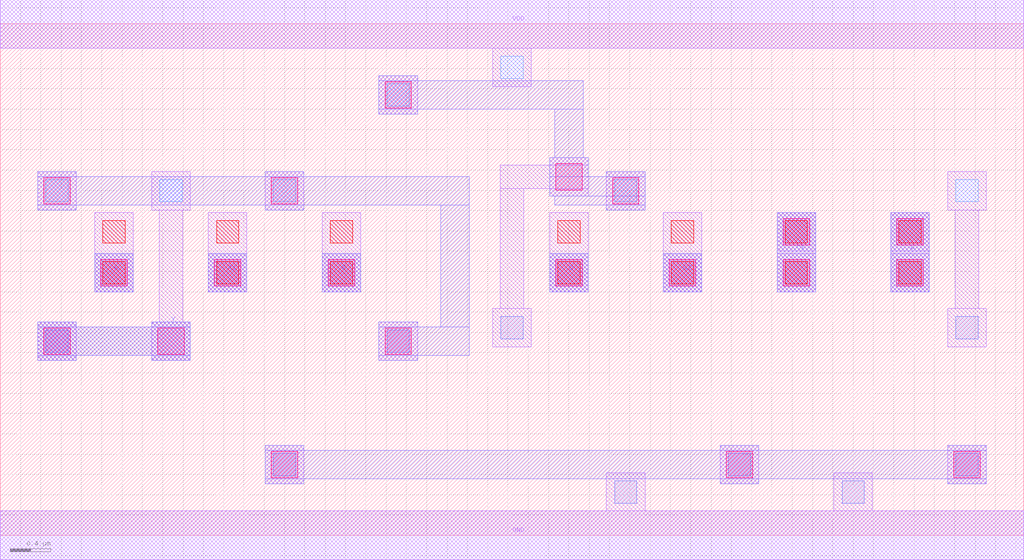
<source format=lef>
MACRO AOOAOI2131
 CLASS CORE ;
 FOREIGN AOOAOI2131 0 0 ;
 SIZE 10.08 BY 5.04 ;
 ORIGIN 0 0 ;
 SYMMETRY X Y R90 ;
 SITE unit ;
  PIN VDD
   DIRECTION INOUT ;
   USE POWER ;
   SHAPE ABUTMENT ;
    PORT
     CLASS CORE ;
       LAYER met1 ;
        RECT 0.00000000 4.80000000 10.08000000 5.28000000 ;
    END
  END VDD

  PIN GND
   DIRECTION INOUT ;
   USE POWER ;
   SHAPE ABUTMENT ;
    PORT
     CLASS CORE ;
       LAYER met1 ;
        RECT 0.00000000 -0.24000000 10.08000000 0.24000000 ;
    END
  END GND

  PIN Y
   DIRECTION INOUT ;
   USE SIGNAL ;
   SHAPE ABUTMENT ;
    PORT
     CLASS CORE ;
       LAYER met2 ;
        RECT 0.37000000 1.72200000 0.75000000 1.77200000 ;
        RECT 1.49000000 1.72200000 1.87000000 1.77200000 ;
        RECT 0.37000000 1.77200000 1.87000000 2.05200000 ;
        RECT 0.37000000 2.05200000 0.75000000 2.10200000 ;
        RECT 1.49000000 2.05200000 1.87000000 2.10200000 ;
    END
  END Y

  PIN A
   DIRECTION INOUT ;
   USE SIGNAL ;
   SHAPE ABUTMENT ;
    PORT
     CLASS CORE ;
       LAYER met2 ;
        RECT 0.93000000 2.39700000 1.31000000 2.77700000 ;
    END
  END A

  PIN A1
   DIRECTION INOUT ;
   USE SIGNAL ;
   SHAPE ABUTMENT ;
    PORT
     CLASS CORE ;
       LAYER met2 ;
        RECT 2.05000000 2.39700000 2.43000000 2.77700000 ;
    END
  END A1

  PIN D
   DIRECTION INOUT ;
   USE SIGNAL ;
   SHAPE ABUTMENT ;
    PORT
     CLASS CORE ;
       LAYER met2 ;
        RECT 5.41000000 2.39700000 5.79000000 2.77700000 ;
    END
  END D

  PIN C1
   DIRECTION INOUT ;
   USE SIGNAL ;
   SHAPE ABUTMENT ;
    PORT
     CLASS CORE ;
       LAYER met2 ;
        RECT 7.65000000 2.39700000 8.03000000 3.18200000 ;
    END
  END C1

  PIN C
   DIRECTION INOUT ;
   USE SIGNAL ;
   SHAPE ABUTMENT ;
    PORT
     CLASS CORE ;
       LAYER met2 ;
        RECT 8.77000000 2.39700000 9.15000000 3.18200000 ;
    END
  END C

  PIN C2
   DIRECTION INOUT ;
   USE SIGNAL ;
   SHAPE ABUTMENT ;
    PORT
     CLASS CORE ;
       LAYER met2 ;
        RECT 6.53000000 2.39700000 6.91000000 2.77700000 ;
    END
  END C2

  PIN B
   DIRECTION INOUT ;
   USE SIGNAL ;
   SHAPE ABUTMENT ;
    PORT
     CLASS CORE ;
       LAYER met2 ;
        RECT 3.17000000 2.39700000 3.55000000 2.77700000 ;
    END
  END B

 OBS
    LAYER polycont ;
     RECT 1.01000000 2.47700000 1.23000000 2.69700000 ;
     RECT 2.13000000 2.47700000 2.35000000 2.69700000 ;
     RECT 3.25000000 2.47700000 3.47000000 2.69700000 ;
     RECT 5.49000000 2.47700000 5.71000000 2.69700000 ;
     RECT 6.61000000 2.47700000 6.83000000 2.69700000 ;
     RECT 7.73000000 2.47700000 7.95000000 2.69700000 ;
     RECT 8.85000000 2.47700000 9.07000000 2.69700000 ;
     RECT 1.01000000 2.88200000 1.23000000 3.10200000 ;
     RECT 2.13000000 2.88200000 2.35000000 3.10200000 ;
     RECT 3.25000000 2.88200000 3.47000000 3.10200000 ;
     RECT 5.49000000 2.88200000 5.71000000 3.10200000 ;
     RECT 6.61000000 2.88200000 6.83000000 3.10200000 ;
     RECT 7.73000000 2.88200000 7.95000000 3.10200000 ;
     RECT 8.85000000 2.88200000 9.07000000 3.10200000 ;

    LAYER pdiffc ;
     RECT 0.45000000 3.28700000 0.67000000 3.50700000 ;
     RECT 1.57000000 3.28700000 1.79000000 3.50700000 ;
     RECT 2.69000000 3.28700000 2.91000000 3.50700000 ;
     RECT 6.05000000 3.28700000 6.27000000 3.50700000 ;
     RECT 9.41000000 3.28700000 9.63000000 3.50700000 ;
     RECT 3.81000000 4.23200000 4.03000000 4.45200000 ;
     RECT 4.93000000 4.50200000 5.15000000 4.72200000 ;

    LAYER ndiffc ;
     RECT 6.05000000 0.31700000 6.27000000 0.53700000 ;
     RECT 8.29000000 0.31700000 8.51000000 0.53700000 ;
     RECT 2.69000000 0.58700000 2.91000000 0.80700000 ;
     RECT 7.17000000 0.58700000 7.39000000 0.80700000 ;
     RECT 9.41000000 0.58700000 9.63000000 0.80700000 ;
     RECT 0.45000000 1.80200000 0.67000000 2.02200000 ;
     RECT 3.81000000 1.80200000 4.03000000 2.02200000 ;
     RECT 4.93000000 1.93700000 5.15000000 2.15700000 ;
     RECT 9.41000000 1.93700000 9.63000000 2.15700000 ;

    LAYER met1 ;
     RECT 0.00000000 -0.24000000 10.08000000 0.24000000 ;
     RECT 5.97000000 0.24000000 6.35000000 0.61700000 ;
     RECT 8.21000000 0.24000000 8.59000000 0.61700000 ;
     RECT 2.61000000 0.50700000 2.99000000 0.88700000 ;
     RECT 7.09000000 0.50700000 7.47000000 0.88700000 ;
     RECT 9.33000000 0.50700000 9.71000000 0.88700000 ;
     RECT 0.37000000 1.72200000 0.75000000 2.10200000 ;
     RECT 3.73000000 1.72200000 4.11000000 2.10200000 ;
     RECT 7.65000000 2.39700000 8.03000000 2.77700000 ;
     RECT 8.77000000 2.39700000 9.15000000 2.77700000 ;
     RECT 0.93000000 2.39700000 1.31000000 3.18200000 ;
     RECT 2.05000000 2.39700000 2.43000000 3.18200000 ;
     RECT 3.17000000 2.39700000 3.55000000 3.18200000 ;
     RECT 5.41000000 2.39700000 5.79000000 3.18200000 ;
     RECT 6.53000000 2.39700000 6.91000000 3.18200000 ;
     RECT 7.65000000 2.80200000 8.03000000 3.18200000 ;
     RECT 8.77000000 2.80200000 9.15000000 3.18200000 ;
     RECT 0.37000000 3.20700000 0.75000000 3.58700000 ;
     RECT 1.49000000 1.72200000 1.87000000 2.10200000 ;
     RECT 1.56500000 2.10200000 1.79500000 3.20700000 ;
     RECT 1.49000000 3.20700000 1.87000000 3.58700000 ;
     RECT 2.61000000 3.20700000 2.99000000 3.58700000 ;
     RECT 5.97000000 3.20700000 6.35000000 3.58700000 ;
     RECT 9.33000000 1.85700000 9.71000000 2.23700000 ;
     RECT 9.40500000 2.23700000 9.63500000 3.20700000 ;
     RECT 9.33000000 3.20700000 9.71000000 3.58700000 ;
     RECT 4.85000000 1.85700000 5.23000000 2.23700000 ;
     RECT 4.92500000 2.23700000 5.15500000 3.41700000 ;
     RECT 5.41000000 3.34200000 5.79000000 3.41700000 ;
     RECT 4.92500000 3.41700000 5.79000000 3.64700000 ;
     RECT 5.41000000 3.64700000 5.79000000 3.72200000 ;
     RECT 3.73000000 4.15200000 4.11000000 4.53200000 ;
     RECT 4.85000000 4.42200000 5.23000000 4.80000000 ;
     RECT 0.00000000 4.80000000 10.08000000 5.28000000 ;

    LAYER via1 ;
     RECT 2.67000000 0.56700000 2.93000000 0.82700000 ;
     RECT 7.15000000 0.56700000 7.41000000 0.82700000 ;
     RECT 9.39000000 0.56700000 9.65000000 0.82700000 ;
     RECT 0.43000000 1.78200000 0.69000000 2.04200000 ;
     RECT 1.55000000 1.78200000 1.81000000 2.04200000 ;
     RECT 3.79000000 1.78200000 4.05000000 2.04200000 ;
     RECT 0.99000000 2.45700000 1.25000000 2.71700000 ;
     RECT 2.11000000 2.45700000 2.37000000 2.71700000 ;
     RECT 3.23000000 2.45700000 3.49000000 2.71700000 ;
     RECT 5.47000000 2.45700000 5.73000000 2.71700000 ;
     RECT 6.59000000 2.45700000 6.85000000 2.71700000 ;
     RECT 7.71000000 2.45700000 7.97000000 2.71700000 ;
     RECT 8.83000000 2.45700000 9.09000000 2.71700000 ;
     RECT 7.71000000 2.86200000 7.97000000 3.12200000 ;
     RECT 8.83000000 2.86200000 9.09000000 3.12200000 ;
     RECT 0.43000000 3.26700000 0.69000000 3.52700000 ;
     RECT 2.67000000 3.26700000 2.93000000 3.52700000 ;
     RECT 6.03000000 3.26700000 6.29000000 3.52700000 ;
     RECT 5.47000000 3.40200000 5.73000000 3.66200000 ;
     RECT 3.79000000 4.21200000 4.05000000 4.47200000 ;

    LAYER met2 ;
     RECT 2.61000000 0.50700000 2.99000000 0.55700000 ;
     RECT 7.09000000 0.50700000 7.47000000 0.55700000 ;
     RECT 9.33000000 0.50700000 9.71000000 0.55700000 ;
     RECT 2.61000000 0.55700000 9.71000000 0.83700000 ;
     RECT 2.61000000 0.83700000 2.99000000 0.88700000 ;
     RECT 7.09000000 0.83700000 7.47000000 0.88700000 ;
     RECT 9.33000000 0.83700000 9.71000000 0.88700000 ;
     RECT 0.37000000 1.72200000 0.75000000 1.77200000 ;
     RECT 1.49000000 1.72200000 1.87000000 1.77200000 ;
     RECT 0.37000000 1.77200000 1.87000000 2.05200000 ;
     RECT 0.37000000 2.05200000 0.75000000 2.10200000 ;
     RECT 1.49000000 2.05200000 1.87000000 2.10200000 ;
     RECT 0.93000000 2.39700000 1.31000000 2.77700000 ;
     RECT 2.05000000 2.39700000 2.43000000 2.77700000 ;
     RECT 3.17000000 2.39700000 3.55000000 2.77700000 ;
     RECT 5.41000000 2.39700000 5.79000000 2.77700000 ;
     RECT 6.53000000 2.39700000 6.91000000 2.77700000 ;
     RECT 7.65000000 2.39700000 8.03000000 3.18200000 ;
     RECT 8.77000000 2.39700000 9.15000000 3.18200000 ;
     RECT 3.73000000 1.72200000 4.11000000 1.77200000 ;
     RECT 3.73000000 1.77200000 4.62000000 2.05200000 ;
     RECT 3.73000000 2.05200000 4.11000000 2.10200000 ;
     RECT 0.37000000 3.20700000 0.75000000 3.25700000 ;
     RECT 2.61000000 3.20700000 2.99000000 3.25700000 ;
     RECT 4.34000000 2.05200000 4.62000000 3.25700000 ;
     RECT 0.37000000 3.25700000 4.62000000 3.53700000 ;
     RECT 0.37000000 3.53700000 0.75000000 3.58700000 ;
     RECT 2.61000000 3.53700000 2.99000000 3.58700000 ;
     RECT 5.97000000 3.20700000 6.35000000 3.25700000 ;
     RECT 5.46000000 3.25700000 6.35000000 3.34200000 ;
     RECT 5.41000000 3.34200000 6.35000000 3.53700000 ;
     RECT 5.97000000 3.53700000 6.35000000 3.58700000 ;
     RECT 5.41000000 3.53700000 5.79000000 3.72200000 ;
     RECT 3.73000000 4.15200000 4.11000000 4.20200000 ;
     RECT 5.46000000 3.72200000 5.74000000 4.20200000 ;
     RECT 3.73000000 4.20200000 5.74000000 4.48200000 ;
     RECT 3.73000000 4.48200000 4.11000000 4.53200000 ;

 END
END AOOAOI2131

</source>
